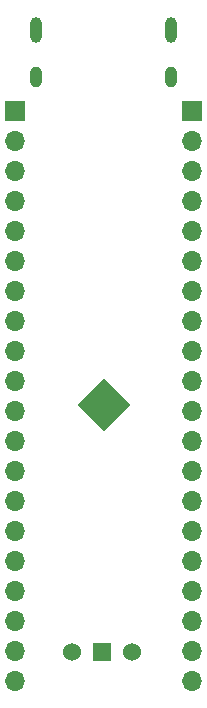
<source format=gbs>
G04 #@! TF.GenerationSoftware,KiCad,Pcbnew,7.0.10*
G04 #@! TF.CreationDate,2024-01-20T01:49:08+09:00*
G04 #@! TF.ProjectId,slim,736c696d-2e6b-4696-9361-645f70636258,rev?*
G04 #@! TF.SameCoordinates,Original*
G04 #@! TF.FileFunction,Soldermask,Bot*
G04 #@! TF.FilePolarity,Negative*
%FSLAX46Y46*%
G04 Gerber Fmt 4.6, Leading zero omitted, Abs format (unit mm)*
G04 Created by KiCad (PCBNEW 7.0.10) date 2024-01-20 01:49:08*
%MOMM*%
%LPD*%
G01*
G04 APERTURE LIST*
G04 Aperture macros list*
%AMRotRect*
0 Rectangle, with rotation*
0 The origin of the aperture is its center*
0 $1 length*
0 $2 width*
0 $3 Rotation angle, in degrees counterclockwise*
0 Add horizontal line*
21,1,$1,$2,0,0,$3*%
G04 Aperture macros list end*
%ADD10O,1.700000X1.700000*%
%ADD11R,1.700000X1.700000*%
%ADD12C,1.524000*%
%ADD13R,1.524000X1.524000*%
%ADD14RotRect,3.200000X3.200000X315.000000*%
%ADD15O,1.000000X2.200000*%
%ADD16O,1.000000X1.800000*%
G04 APERTURE END LIST*
D10*
X85010000Y-117020000D03*
X85010000Y-114480000D03*
X85010000Y-111940000D03*
X85010000Y-109400000D03*
X85010000Y-106860000D03*
X85010000Y-104320000D03*
X85010000Y-101780000D03*
X85010000Y-99240000D03*
X85010000Y-96700000D03*
X85010000Y-94160000D03*
X85010000Y-91620000D03*
X85010000Y-89080000D03*
X85010000Y-86540000D03*
X85010000Y-84000000D03*
X85010000Y-81460000D03*
X85010000Y-78920000D03*
X85010000Y-76380000D03*
X85010000Y-73840000D03*
X85010000Y-71300000D03*
D11*
X85010000Y-68760000D03*
D12*
X79910000Y-114530000D03*
D13*
X77370000Y-114530000D03*
D12*
X74830000Y-114530000D03*
D14*
X77538070Y-93649340D03*
D15*
X71760000Y-61892500D03*
D16*
X71760000Y-65892500D03*
D15*
X83260000Y-61892500D03*
D16*
X83260000Y-65892500D03*
D10*
X70010000Y-117020000D03*
X70010000Y-114480000D03*
X70010000Y-111940000D03*
X70010000Y-109400000D03*
X70010000Y-106860000D03*
X70010000Y-104320000D03*
X70010000Y-101780000D03*
X70010000Y-99240000D03*
X70010000Y-96700000D03*
X70010000Y-94160000D03*
X70010000Y-91620000D03*
X70010000Y-89080000D03*
X70010000Y-86540000D03*
X70010000Y-84000000D03*
X70010000Y-81460000D03*
X70010000Y-78920000D03*
X70010000Y-76380000D03*
X70010000Y-73840000D03*
X70010000Y-71300000D03*
D11*
X70010000Y-68760000D03*
M02*

</source>
